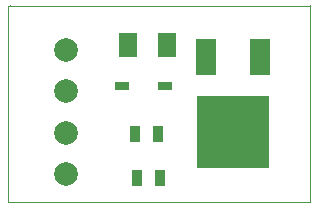
<source format=gts>
G04 (created by PCBNEW (2013-07-07 BZR 4022)-stable) date 3/6/2015 8:08:16 AM*
%MOIN*%
G04 Gerber Fmt 3.4, Leading zero omitted, Abs format*
%FSLAX34Y34*%
G01*
G70*
G90*
G04 APERTURE LIST*
%ADD10C,0.00590551*%
%ADD11C,0.00393701*%
%ADD12R,0.0472X0.0276*%
%ADD13R,0.06X0.08*%
%ADD14R,0.035X0.055*%
%ADD15R,0.065X0.12*%
%ADD16R,0.24X0.24*%
%ADD17C,0.0787402*%
G04 APERTURE END LIST*
G54D10*
G54D11*
X5423Y-5454D02*
X5423Y-5450D01*
X15404Y-5454D02*
X5423Y-5454D01*
X5354Y-5460D02*
X5444Y-5460D01*
X5354Y-12015D02*
X5354Y-5460D01*
X15404Y-12015D02*
X5354Y-12015D01*
X15404Y-5445D02*
X15404Y-12015D01*
G54D12*
X10594Y-8149D03*
X9138Y-8149D03*
G54D13*
X9351Y-6769D03*
X10651Y-6769D03*
G54D14*
X9656Y-11194D03*
X10406Y-11194D03*
X9596Y-9739D03*
X10346Y-9739D03*
G54D15*
X13751Y-7159D03*
G54D16*
X12851Y-9659D03*
G54D15*
X11951Y-7159D03*
G54D17*
X7286Y-6936D03*
X7286Y-8314D03*
X7286Y-9691D03*
X7286Y-11069D03*
M02*

</source>
